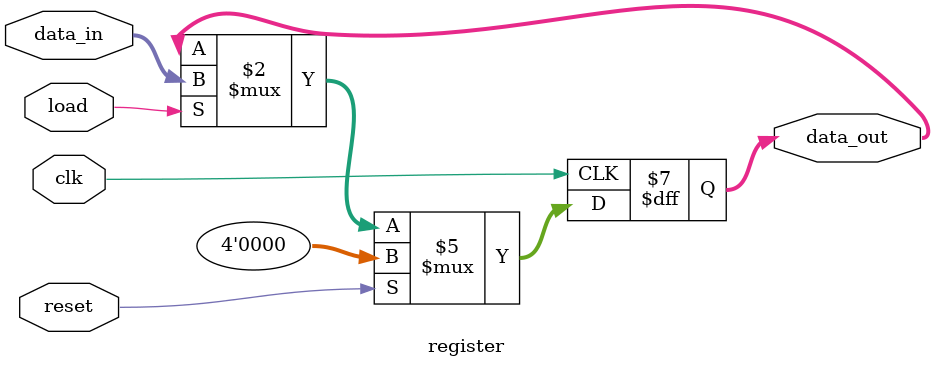
<source format=v>
`timescale 1ns / 1ps


module register(
  input clk,reset,load,
  input [3:0] data_in,
  output reg [3:0] data_out);
  
  always@(posedge clk)
    begin
      if(reset)
        data_out<=0;
      else if(load)
        data_out<=data_in;
    end
    
endmodule

</source>
